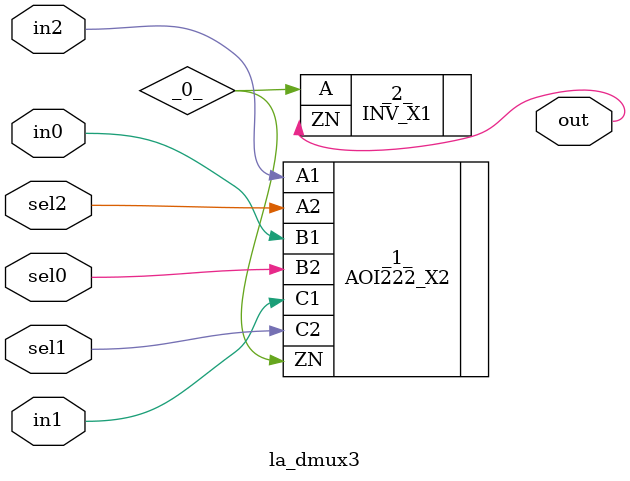
<source format=v>

/* Generated by Yosys 0.44 (git sha1 80ba43d26, g++ 11.4.0-1ubuntu1~22.04 -fPIC -O3) */

(* top =  1  *)
(* src = "inputs/la_dmux3.v:10.1-24.10" *)
module la_dmux3 (
    sel0,
    sel1,
    sel2,
    in0,
    in1,
    in2,
    out
);
  wire _0_;
  (* src = "inputs/la_dmux3.v:16.12-16.15" *)
  input in0;
  wire in0;
  (* src = "inputs/la_dmux3.v:17.12-17.15" *)
  input in1;
  wire in1;
  (* src = "inputs/la_dmux3.v:18.12-18.15" *)
  input in2;
  wire in2;
  (* src = "inputs/la_dmux3.v:19.12-19.15" *)
  output out;
  wire out;
  (* src = "inputs/la_dmux3.v:13.12-13.16" *)
  input sel0;
  wire sel0;
  (* src = "inputs/la_dmux3.v:14.12-14.16" *)
  input sel1;
  wire sel1;
  (* src = "inputs/la_dmux3.v:15.12-15.16" *)
  input sel2;
  wire sel2;
  AOI222_X2 _1_ (
      .A1(in2),
      .A2(sel2),
      .B1(in0),
      .B2(sel0),
      .C1(in1),
      .C2(sel1),
      .ZN(_0_)
  );
  INV_X1 _2_ (
      .A (_0_),
      .ZN(out)
  );
endmodule

</source>
